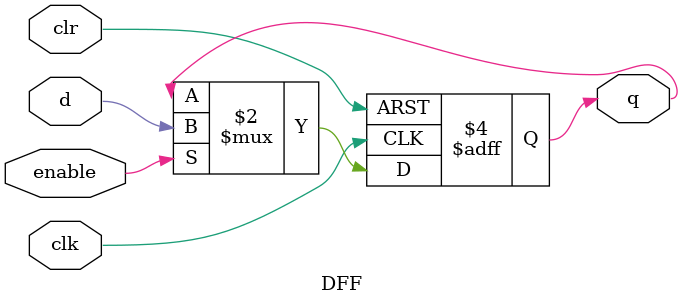
<source format=v>
module DFF(
    input	clk,
    input  	clr,
    input  	enable,
    input  	d,
    output 	q
);

	always @(posedge clk or posedge clr)
	begin
		if (clr)
			q <= 1'b0;
		else if (enable)
			q <= d;
	end

endmodule

</source>
